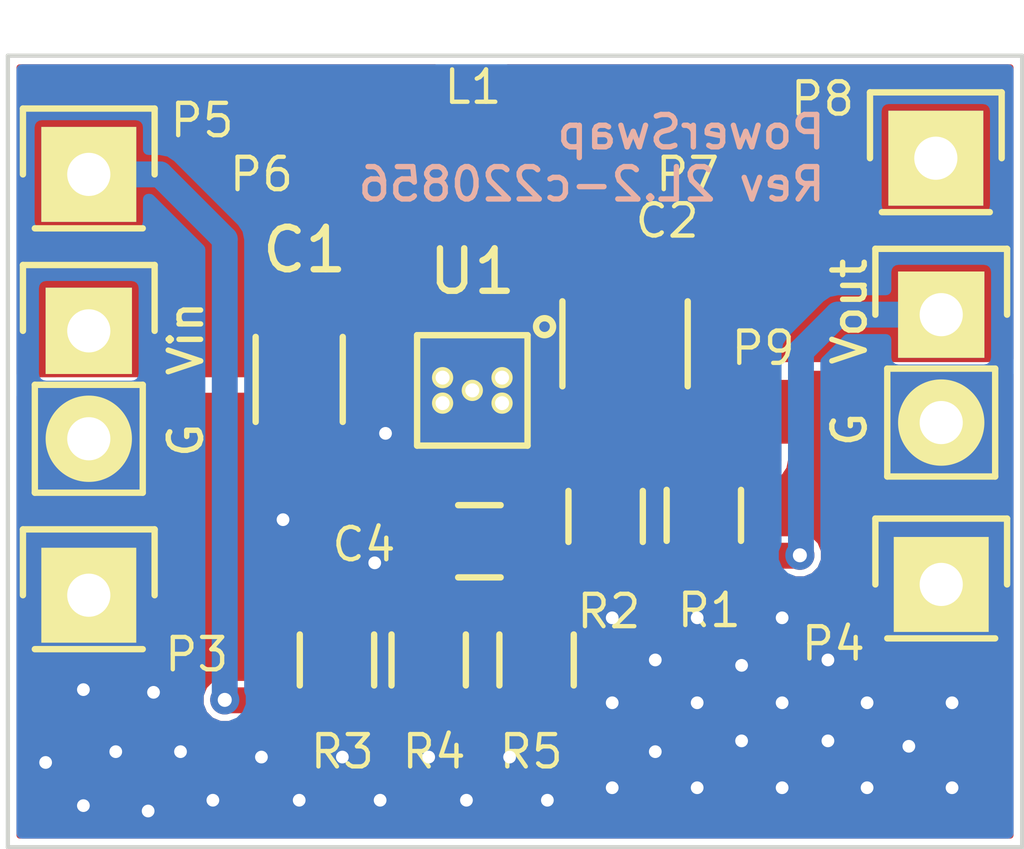
<source format=kicad_pcb>
(kicad_pcb (version 4) (host pcbnew 0.201508140901+6091~28~ubuntu14.04.1-product)

  (general
    (links 75)
    (no_connects 0)
    (area 131.297506 85.3428 161.565495 106.8454)
    (thickness 1.6)
    (drawings 7)
    (tracks 65)
    (zones 0)
    (modules 58)
    (nets 10)
  )

  (page A4)
  (layers
    (0 F.Cu signal)
    (31 B.Cu signal)
    (32 B.Adhes user)
    (33 F.Adhes user)
    (34 B.Paste user)
    (35 F.Paste user)
    (36 B.SilkS user)
    (37 F.SilkS user)
    (38 B.Mask user)
    (39 F.Mask user)
    (40 Dwgs.User user)
    (41 Cmts.User user)
    (42 Eco1.User user)
    (43 Eco2.User user)
    (44 Edge.Cuts user)
    (45 Margin user)
    (46 B.CrtYd user)
    (47 F.CrtYd user)
    (48 B.Fab user)
    (49 F.Fab user)
  )

  (setup
    (last_trace_width 0.1524)
    (user_trace_width 0.3048)
    (user_trace_width 0.6096)
    (trace_clearance 0.1524)
    (zone_clearance 0.1524)
    (zone_45_only no)
    (trace_min 0.1524)
    (segment_width 0.2)
    (edge_width 0.1)
    (via_size 0.6858)
    (via_drill 0.3302)
    (via_min_size 0.6858)
    (via_min_drill 0.3302)
    (uvia_size 0.3)
    (uvia_drill 0.1)
    (uvias_allowed no)
    (uvia_min_size 0)
    (uvia_min_drill 0)
    (pcb_text_width 0.3)
    (pcb_text_size 1.5 1.5)
    (mod_edge_width 0.15)
    (mod_text_size 0.762 0.762)
    (mod_text_width 0.1016)
    (pad_size 0.6 0.6)
    (pad_drill 0.3)
    (pad_to_mask_clearance 0)
    (pad_to_paste_clearance 0.0762)
    (aux_axis_origin 0 0)
    (visible_elements FFFEF77F)
    (pcbplotparams
      (layerselection 0x010fc_80000001)
      (usegerberextensions false)
      (excludeedgelayer true)
      (linewidth 0.127000)
      (plotframeref false)
      (viasonmask false)
      (mode 1)
      (useauxorigin false)
      (hpglpennumber 1)
      (hpglpenspeed 20)
      (hpglpendiameter 15)
      (hpglpenoverlay 2)
      (psnegative false)
      (psa4output false)
      (plotreference true)
      (plotvalue false)
      (plotinvisibletext false)
      (padsonsilk false)
      (subtractmaskfromsilk false)
      (outputformat 1)
      (mirror false)
      (drillshape 0)
      (scaleselection 1)
      (outputdirectory gerber/))
  )

  (net 0 "")
  (net 1 /Vin+)
  (net 2 GNDPWR)
  (net 3 /Vout+)
  (net 4 /Feedback)
  (net 5 /Vina)
  (net 6 /L1)
  (net 7 /L2)
  (net 8 /EN)
  (net 9 /PS)

  (net_class Default "This is the default net class."
    (clearance 0.1524)
    (trace_width 0.1524)
    (via_dia 0.6858)
    (via_drill 0.3302)
    (uvia_dia 0.3)
    (uvia_drill 0.1)
    (add_net /EN)
    (add_net /Feedback)
    (add_net /L1)
    (add_net /L2)
    (add_net /PS)
    (add_net /Vin+)
    (add_net /Vina)
    (add_net /Vout+)
    (add_net GNDPWR)
  )

  (module PowerSwap-Footprints:VIA-0.6mm (layer F.Cu) (tedit 55E06942) (tstamp 55E06AA5)
    (at 141.351 97.79)
    (fp_text reference REF**12 (at 0 1.27) (layer F.SilkS) hide
      (effects (font (size 1 1) (thickness 0.15)))
    )
    (fp_text value VIA-0.6mm (at 0 -1.27) (layer F.Fab) hide
      (effects (font (size 1 1) (thickness 0.15)))
    )
    (pad 1 thru_hole circle (at 0 0) (size 0.6 0.6) (drill 0.3) (layers *.Cu)
      (net 2 GNDPWR))
  )

  (module PowerSwap-Footprints:VIA-0.6mm (layer F.Cu) (tedit 55E06942) (tstamp 55E06AA1)
    (at 143.51 98.806)
    (fp_text reference REF**21 (at 0 1.27) (layer F.SilkS) hide
      (effects (font (size 1 1) (thickness 0.15)))
    )
    (fp_text value VIA-0.6mm (at 0 -1.27) (layer F.Fab) hide
      (effects (font (size 1 1) (thickness 0.15)))
    )
    (pad 1 thru_hole circle (at 0 0) (size 0.6 0.6) (drill 0.3) (layers *.Cu)
      (net 2 GNDPWR))
  )

  (module PowerSwap-Footprints:VIA-0.6mm (layer F.Cu) (tedit 55E06823) (tstamp 55E06A6D)
    (at 138.938 103.251)
    (fp_text reference REF**11321 (at 0 1.27) (layer F.SilkS) hide
      (effects (font (size 1 1) (thickness 0.15)))
    )
    (fp_text value VIA-0.6mm (at 0 -1.27) (layer F.Fab) hide
      (effects (font (size 1 1) (thickness 0.15)))
    )
    (pad 1 thru_hole circle (at 0 0) (size 0.6 0.6) (drill 0.3) (layers *.Cu)
      (net 2 GNDPWR))
  )

  (module PowerSwap-Footprints:VIA-0.6mm (layer F.Cu) (tedit 55E06823) (tstamp 55E06A3B)
    (at 147.574 104.394)
    (fp_text reference REF**1131112 (at 0 1.27) (layer F.SilkS) hide
      (effects (font (size 1 1) (thickness 0.15)))
    )
    (fp_text value VIA-0.6mm (at 0 -1.27) (layer F.Fab) hide
      (effects (font (size 1 1) (thickness 0.15)))
    )
    (pad 1 thru_hole circle (at 0 0) (size 0.6 0.6) (drill 0.3) (layers *.Cu)
      (net 2 GNDPWR))
  )

  (module PowerSwap-Footprints:VIA-0.6mm (layer F.Cu) (tedit 55E06823) (tstamp 55E06A37)
    (at 146.685 103.378)
    (fp_text reference REF**1131102 (at 0 1.27) (layer F.SilkS) hide
      (effects (font (size 1 1) (thickness 0.15)))
    )
    (fp_text value VIA-0.6mm (at 0 -1.27) (layer F.Fab) hide
      (effects (font (size 1 1) (thickness 0.15)))
    )
    (pad 1 thru_hole circle (at 0 0) (size 0.6 0.6) (drill 0.3) (layers *.Cu)
      (net 2 GNDPWR))
  )

  (module PowerSwap-Footprints:VIA-0.6mm (layer F.Cu) (tedit 55E06823) (tstamp 55E06A33)
    (at 145.669 104.394)
    (fp_text reference REF**113192 (at 0 1.27) (layer F.SilkS) hide
      (effects (font (size 1 1) (thickness 0.15)))
    )
    (fp_text value VIA-0.6mm (at 0 -1.27) (layer F.Fab) hide
      (effects (font (size 1 1) (thickness 0.15)))
    )
    (pad 1 thru_hole circle (at 0 0) (size 0.6 0.6) (drill 0.3) (layers *.Cu)
      (net 2 GNDPWR))
  )

  (module PowerSwap-Footprints:VIA-0.6mm (layer F.Cu) (tedit 55E06823) (tstamp 55E06A2F)
    (at 144.78 103.378)
    (fp_text reference REF**113182 (at 0 1.27) (layer F.SilkS) hide
      (effects (font (size 1 1) (thickness 0.15)))
    )
    (fp_text value VIA-0.6mm (at 0 -1.27) (layer F.Fab) hide
      (effects (font (size 1 1) (thickness 0.15)))
    )
    (pad 1 thru_hole circle (at 0 0) (size 0.6 0.6) (drill 0.3) (layers *.Cu)
      (net 2 GNDPWR))
  )

  (module PowerSwap-Footprints:VIA-0.6mm (layer F.Cu) (tedit 55E06823) (tstamp 55E06A2B)
    (at 143.637 104.394)
    (fp_text reference REF**113172 (at 0 1.27) (layer F.SilkS) hide
      (effects (font (size 1 1) (thickness 0.15)))
    )
    (fp_text value VIA-0.6mm (at 0 -1.27) (layer F.Fab) hide
      (effects (font (size 1 1) (thickness 0.15)))
    )
    (pad 1 thru_hole circle (at 0 0) (size 0.6 0.6) (drill 0.3) (layers *.Cu)
      (net 2 GNDPWR))
  )

  (module PowerSwap-Footprints:VIA-0.6mm (layer F.Cu) (tedit 55E06823) (tstamp 55E06A27)
    (at 142.748 103.378)
    (fp_text reference REF**113162 (at 0 1.27) (layer F.SilkS) hide
      (effects (font (size 1 1) (thickness 0.15)))
    )
    (fp_text value VIA-0.6mm (at 0 -1.27) (layer F.Fab) hide
      (effects (font (size 1 1) (thickness 0.15)))
    )
    (pad 1 thru_hole circle (at 0 0) (size 0.6 0.6) (drill 0.3) (layers *.Cu)
      (net 2 GNDPWR))
  )

  (module PowerSwap-Footprints:VIA-0.6mm (layer F.Cu) (tedit 55E06823) (tstamp 55E06A23)
    (at 141.732 104.394)
    (fp_text reference REF**113152 (at 0 1.27) (layer F.SilkS) hide
      (effects (font (size 1 1) (thickness 0.15)))
    )
    (fp_text value VIA-0.6mm (at 0 -1.27) (layer F.Fab) hide
      (effects (font (size 1 1) (thickness 0.15)))
    )
    (pad 1 thru_hole circle (at 0 0) (size 0.6 0.6) (drill 0.3) (layers *.Cu)
      (net 2 GNDPWR))
  )

  (module PowerSwap-Footprints:VIA-0.6mm (layer F.Cu) (tedit 55E06823) (tstamp 55E06A1F)
    (at 140.843 103.378)
    (fp_text reference REF**113142 (at 0 1.27) (layer F.SilkS) hide
      (effects (font (size 1 1) (thickness 0.15)))
    )
    (fp_text value VIA-0.6mm (at 0 -1.27) (layer F.Fab) hide
      (effects (font (size 1 1) (thickness 0.15)))
    )
    (pad 1 thru_hole circle (at 0 0) (size 0.6 0.6) (drill 0.3) (layers *.Cu)
      (net 2 GNDPWR))
  )

  (module PowerSwap-Footprints:VIA-0.6mm (layer F.Cu) (tedit 55E06823) (tstamp 55E06A1B)
    (at 139.7 104.394)
    (fp_text reference REF**113132 (at 0 1.27) (layer F.SilkS) hide
      (effects (font (size 1 1) (thickness 0.15)))
    )
    (fp_text value VIA-0.6mm (at 0 -1.27) (layer F.Fab) hide
      (effects (font (size 1 1) (thickness 0.15)))
    )
    (pad 1 thru_hole circle (at 0 0) (size 0.6 0.6) (drill 0.3) (layers *.Cu)
      (net 2 GNDPWR))
  )

  (module PowerSwap-Footprints:VIA-0.6mm (layer F.Cu) (tedit 55E06823) (tstamp 55E06A13)
    (at 137.414 103.251)
    (fp_text reference REF**113112 (at 0 1.27) (layer F.SilkS) hide
      (effects (font (size 1 1) (thickness 0.15)))
    )
    (fp_text value VIA-0.6mm (at 0 -1.27) (layer F.Fab) hide
      (effects (font (size 1 1) (thickness 0.15)))
    )
    (pad 1 thru_hole circle (at 0 0) (size 0.6 0.6) (drill 0.3) (layers *.Cu)
      (net 2 GNDPWR))
  )

  (module PowerSwap-Footprints:VIA-0.6mm (layer F.Cu) (tedit 55E06823) (tstamp 55E0698B)
    (at 136.652 104.521)
    (fp_text reference REF**1123 (at 0 1.27) (layer F.SilkS) hide
      (effects (font (size 1 1) (thickness 0.15)))
    )
    (fp_text value VIA-0.6mm (at 0 -1.27) (layer F.Fab) hide
      (effects (font (size 1 1) (thickness 0.15)))
    )
    (pad 1 thru_hole circle (at 0 0) (size 0.6 0.6) (drill 0.3) (layers *.Cu)
      (net 2 GNDPWR))
  )

  (module PowerSwap-Footprints:VIA-0.6mm (layer F.Cu) (tedit 55E06823) (tstamp 55E06987)
    (at 135.763 103.505)
    (fp_text reference REF**1113 (at 0 1.27) (layer F.SilkS) hide
      (effects (font (size 1 1) (thickness 0.15)))
    )
    (fp_text value VIA-0.6mm (at 0 -1.27) (layer F.Fab) hide
      (effects (font (size 1 1) (thickness 0.15)))
    )
    (pad 1 thru_hole circle (at 0 0) (size 0.6 0.6) (drill 0.3) (layers *.Cu)
      (net 2 GNDPWR))
  )

  (module PowerSwap-Footprints:VIA-0.6mm (layer F.Cu) (tedit 55E06823) (tstamp 55E06977)
    (at 138.303 101.854)
    (fp_text reference REF**11311 (at 0 1.27) (layer F.SilkS) hide
      (effects (font (size 1 1) (thickness 0.15)))
    )
    (fp_text value VIA-0.6mm (at 0 -1.27) (layer F.Fab) hide
      (effects (font (size 1 1) (thickness 0.15)))
    )
    (pad 1 thru_hole circle (at 0 0) (size 0.6 0.6) (drill 0.3) (layers *.Cu)
      (net 2 GNDPWR))
  )

  (module PowerSwap-Footprints:VIA-0.6mm (layer F.Cu) (tedit 55E06823) (tstamp 55E06973)
    (at 138.176 104.648)
    (fp_text reference REF**1121 (at 0 1.27) (layer F.SilkS) hide
      (effects (font (size 1 1) (thickness 0.15)))
    )
    (fp_text value VIA-0.6mm (at 0 -1.27) (layer F.Fab) hide
      (effects (font (size 1 1) (thickness 0.15)))
    )
    (pad 1 thru_hole circle (at 0 0) (size 0.6 0.6) (drill 0.3) (layers *.Cu)
      (net 2 GNDPWR))
  )

  (module PowerSwap-Footprints:VIA-0.6mm (layer F.Cu) (tedit 55E06494) (tstamp 55E0688A)
    (at 149.1 100.1)
    (fp_text reference REF**111 (at 0 1.27) (layer F.SilkS) hide
      (effects (font (size 1 1) (thickness 0.15)))
    )
    (fp_text value VIA-0.6mm (at 0 -1.27) (layer F.Fab) hide
      (effects (font (size 1 1) (thickness 0.15)))
    )
    (pad 1 thru_hole circle (at 0 0) (size 0.6 0.6) (drill 0.3) (layers *.Cu)
      (net 2 GNDPWR))
  )

  (module PowerSwap-Footprints:VIA-0.6mm (layer F.Cu) (tedit 55E06494) (tstamp 55E06880)
    (at 157.1 104.1)
    (fp_text reference REF**195 (at 0 1.27) (layer F.SilkS) hide
      (effects (font (size 1 1) (thickness 0.15)))
    )
    (fp_text value VIA-0.6mm (at 0 -1.27) (layer F.Fab) hide
      (effects (font (size 1 1) (thickness 0.15)))
    )
    (pad 1 thru_hole circle (at 0 0) (size 0.6 0.6) (drill 0.3) (layers *.Cu)
      (net 2 GNDPWR))
  )

  (module PowerSwap-Footprints:VIA-0.6mm (layer F.Cu) (tedit 55E06494) (tstamp 55E06878)
    (at 155.1 104.1)
    (fp_text reference REF**175 (at 0 1.27) (layer F.SilkS) hide
      (effects (font (size 1 1) (thickness 0.15)))
    )
    (fp_text value VIA-0.6mm (at 0 -1.27) (layer F.Fab) hide
      (effects (font (size 1 1) (thickness 0.15)))
    )
    (pad 1 thru_hole circle (at 0 0) (size 0.6 0.6) (drill 0.3) (layers *.Cu)
      (net 2 GNDPWR))
  )

  (module PowerSwap-Footprints:VIA-0.6mm (layer F.Cu) (tedit 55E06494) (tstamp 55E06870)
    (at 153.1 104.1)
    (fp_text reference REF**155 (at 0 1.27) (layer F.SilkS) hide
      (effects (font (size 1 1) (thickness 0.15)))
    )
    (fp_text value VIA-0.6mm (at 0 -1.27) (layer F.Fab) hide
      (effects (font (size 1 1) (thickness 0.15)))
    )
    (pad 1 thru_hole circle (at 0 0) (size 0.6 0.6) (drill 0.3) (layers *.Cu)
      (net 2 GNDPWR))
  )

  (module PowerSwap-Footprints:VIA-0.6mm (layer F.Cu) (tedit 55E06494) (tstamp 55E06868)
    (at 151.1 104.1)
    (fp_text reference REF**135 (at 0 1.27) (layer F.SilkS) hide
      (effects (font (size 1 1) (thickness 0.15)))
    )
    (fp_text value VIA-0.6mm (at 0 -1.27) (layer F.Fab) hide
      (effects (font (size 1 1) (thickness 0.15)))
    )
    (pad 1 thru_hole circle (at 0 0) (size 0.6 0.6) (drill 0.3) (layers *.Cu)
      (net 2 GNDPWR))
  )

  (module PowerSwap-Footprints:VIA-0.6mm (layer F.Cu) (tedit 55E06494) (tstamp 55E06864)
    (at 150.114 103.251)
    (fp_text reference REF**125 (at 0 1.27) (layer F.SilkS) hide
      (effects (font (size 1 1) (thickness 0.15)))
    )
    (fp_text value VIA-0.6mm (at 0 -1.27) (layer F.Fab) hide
      (effects (font (size 1 1) (thickness 0.15)))
    )
    (pad 1 thru_hole circle (at 0 0) (size 0.6 0.6) (drill 0.3) (layers *.Cu)
      (net 2 GNDPWR))
  )

  (module PowerSwap-Footprints:VIA-0.6mm (layer F.Cu) (tedit 55E06494) (tstamp 55E06860)
    (at 149.1 104.1)
    (fp_text reference REF**115 (at 0 1.27) (layer F.SilkS) hide
      (effects (font (size 1 1) (thickness 0.15)))
    )
    (fp_text value VIA-0.6mm (at 0 -1.27) (layer F.Fab) hide
      (effects (font (size 1 1) (thickness 0.15)))
    )
    (pad 1 thru_hole circle (at 0 0) (size 0.6 0.6) (drill 0.3) (layers *.Cu)
      (net 2 GNDPWR))
  )

  (module PowerSwap-Footprints:VIA-0.6mm (layer F.Cu) (tedit 55E06494) (tstamp 55E06838)
    (at 157.1 102.1)
    (fp_text reference REF**193 (at 0 1.27) (layer F.SilkS) hide
      (effects (font (size 1 1) (thickness 0.15)))
    )
    (fp_text value VIA-0.6mm (at 0 -1.27) (layer F.Fab) hide
      (effects (font (size 1 1) (thickness 0.15)))
    )
    (pad 1 thru_hole circle (at 0 0) (size 0.6 0.6) (drill 0.3) (layers *.Cu)
      (net 2 GNDPWR))
  )

  (module PowerSwap-Footprints:VIA-0.6mm (layer F.Cu) (tedit 55E06494) (tstamp 55E06834)
    (at 156.083 103.124)
    (fp_text reference REF**183 (at 0 1.27) (layer F.SilkS) hide
      (effects (font (size 1 1) (thickness 0.15)))
    )
    (fp_text value VIA-0.6mm (at 0 -1.27) (layer F.Fab) hide
      (effects (font (size 1 1) (thickness 0.15)))
    )
    (pad 1 thru_hole circle (at 0 0) (size 0.6 0.6) (drill 0.3) (layers *.Cu)
      (net 2 GNDPWR))
  )

  (module PowerSwap-Footprints:VIA-0.6mm (layer F.Cu) (tedit 55E06494) (tstamp 55E06830)
    (at 155.1 102.1)
    (fp_text reference REF**173 (at 0 1.27) (layer F.SilkS) hide
      (effects (font (size 1 1) (thickness 0.15)))
    )
    (fp_text value VIA-0.6mm (at 0 -1.27) (layer F.Fab) hide
      (effects (font (size 1 1) (thickness 0.15)))
    )
    (pad 1 thru_hole circle (at 0 0) (size 0.6 0.6) (drill 0.3) (layers *.Cu)
      (net 2 GNDPWR))
  )

  (module PowerSwap-Footprints:VIA-0.6mm (layer F.Cu) (tedit 55E06494) (tstamp 55E0682C)
    (at 154.178 102.997)
    (fp_text reference REF**163 (at 0 1.27) (layer F.SilkS) hide
      (effects (font (size 1 1) (thickness 0.15)))
    )
    (fp_text value VIA-0.6mm (at 0 -1.27) (layer F.Fab) hide
      (effects (font (size 1 1) (thickness 0.15)))
    )
    (pad 1 thru_hole circle (at 0 0) (size 0.6 0.6) (drill 0.3) (layers *.Cu)
      (net 2 GNDPWR))
  )

  (module PowerSwap-Footprints:VIA-0.6mm (layer F.Cu) (tedit 55E06494) (tstamp 55E06828)
    (at 153.1 102.1)
    (fp_text reference REF**153 (at 0 1.27) (layer F.SilkS) hide
      (effects (font (size 1 1) (thickness 0.15)))
    )
    (fp_text value VIA-0.6mm (at 0 -1.27) (layer F.Fab) hide
      (effects (font (size 1 1) (thickness 0.15)))
    )
    (pad 1 thru_hole circle (at 0 0) (size 0.6 0.6) (drill 0.3) (layers *.Cu)
      (net 2 GNDPWR))
  )

  (module PowerSwap-Footprints:VIA-0.6mm (layer F.Cu) (tedit 55E06494) (tstamp 55E06824)
    (at 152.146 102.997)
    (fp_text reference REF**143 (at 0 1.27) (layer F.SilkS) hide
      (effects (font (size 1 1) (thickness 0.15)))
    )
    (fp_text value VIA-0.6mm (at 0 -1.27) (layer F.Fab) hide
      (effects (font (size 1 1) (thickness 0.15)))
    )
    (pad 1 thru_hole circle (at 0 0) (size 0.6 0.6) (drill 0.3) (layers *.Cu)
      (net 2 GNDPWR))
  )

  (module PowerSwap-Footprints:VIA-0.6mm (layer F.Cu) (tedit 55E06494) (tstamp 55E06820)
    (at 151.1 102.1)
    (fp_text reference REF**133 (at 0 1.27) (layer F.SilkS) hide
      (effects (font (size 1 1) (thickness 0.15)))
    )
    (fp_text value VIA-0.6mm (at 0 -1.27) (layer F.Fab) hide
      (effects (font (size 1 1) (thickness 0.15)))
    )
    (pad 1 thru_hole circle (at 0 0) (size 0.6 0.6) (drill 0.3) (layers *.Cu)
      (net 2 GNDPWR))
  )

  (module PowerSwap-Footprints:VIA-0.6mm (layer F.Cu) (tedit 55E06494) (tstamp 55E0681C)
    (at 150.114 101.092)
    (fp_text reference REF**123 (at 0 1.27) (layer F.SilkS) hide
      (effects (font (size 1 1) (thickness 0.15)))
    )
    (fp_text value VIA-0.6mm (at 0 -1.27) (layer F.Fab) hide
      (effects (font (size 1 1) (thickness 0.15)))
    )
    (pad 1 thru_hole circle (at 0 0) (size 0.6 0.6) (drill 0.3) (layers *.Cu)
      (net 2 GNDPWR))
  )

  (module PowerSwap-Footprints:VIA-0.6mm (layer F.Cu) (tedit 55E06494) (tstamp 55E06818)
    (at 149.1 102.1)
    (fp_text reference REF**113 (at 0 1.27) (layer F.SilkS) hide
      (effects (font (size 1 1) (thickness 0.15)))
    )
    (fp_text value VIA-0.6mm (at 0 -1.27) (layer F.Fab) hide
      (effects (font (size 1 1) (thickness 0.15)))
    )
    (pad 1 thru_hole circle (at 0 0) (size 0.6 0.6) (drill 0.3) (layers *.Cu)
      (net 2 GNDPWR))
  )

  (module PowerSwap-Footprints:VIA-0.6mm (layer F.Cu) (tedit 55E06494) (tstamp 55E067E4)
    (at 154.178 101.092)
    (fp_text reference REF**161 (at 0 1.27) (layer F.SilkS) hide
      (effects (font (size 1 1) (thickness 0.15)))
    )
    (fp_text value VIA-0.6mm (at 0 -1.27) (layer F.Fab) hide
      (effects (font (size 1 1) (thickness 0.15)))
    )
    (pad 1 thru_hole circle (at 0 0) (size 0.6 0.6) (drill 0.3) (layers *.Cu)
      (net 2 GNDPWR))
  )

  (module PowerSwap-Footprints:VIA-0.6mm (layer F.Cu) (tedit 55E06494) (tstamp 55E067E0)
    (at 153.1 100.1)
    (fp_text reference REF**151 (at 0 1.27) (layer F.SilkS) hide
      (effects (font (size 1 1) (thickness 0.15)))
    )
    (fp_text value VIA-0.6mm (at 0 -1.27) (layer F.Fab) hide
      (effects (font (size 1 1) (thickness 0.15)))
    )
    (pad 1 thru_hole circle (at 0 0) (size 0.6 0.6) (drill 0.3) (layers *.Cu)
      (net 2 GNDPWR))
  )

  (module PowerSwap-Footprints:VIA-0.6mm (layer F.Cu) (tedit 55E06494) (tstamp 55E067DC)
    (at 152.146 101.219)
    (fp_text reference REF**141 (at 0 1.27) (layer F.SilkS) hide
      (effects (font (size 1 1) (thickness 0.15)))
    )
    (fp_text value VIA-0.6mm (at 0 -1.27) (layer F.Fab) hide
      (effects (font (size 1 1) (thickness 0.15)))
    )
    (pad 1 thru_hole circle (at 0 0) (size 0.6 0.6) (drill 0.3) (layers *.Cu)
      (net 2 GNDPWR))
  )

  (module PowerSwap-Footprints:VIA-0.6mm (layer F.Cu) (tedit 55E06494) (tstamp 55E067D8)
    (at 151.1 100.1)
    (fp_text reference REF**131 (at 0 1.27) (layer F.SilkS) hide
      (effects (font (size 1 1) (thickness 0.15)))
    )
    (fp_text value VIA-0.6mm (at 0 -1.27) (layer F.Fab) hide
      (effects (font (size 1 1) (thickness 0.15)))
    )
    (pad 1 thru_hole circle (at 0 0) (size 0.6 0.6) (drill 0.3) (layers *.Cu)
      (net 2 GNDPWR))
  )

  (module Capacitors_SMD:C_1210 (layer F.Cu) (tedit 55DDD83B) (tstamp 55DDCDE3)
    (at 149.4028 93.6498 270)
    (descr "Capacitor SMD 1210, reflow soldering, AVX (see smccp.pdf)")
    (tags "capacitor 1210")
    (path /55BD27B6)
    (attr smd)
    (fp_text reference C2 (at -2.8956 -0.9906 360) (layer F.SilkS)
      (effects (font (size 0.762 0.762) (thickness 0.1016)))
    )
    (fp_text value 22μF (at 0 2.7 270) (layer F.Fab)
      (effects (font (size 0.762 0.762) (thickness 0.1016)))
    )
    (fp_line (start -2.3 -1.6) (end 2.3 -1.6) (layer F.CrtYd) (width 0.05))
    (fp_line (start -2.3 1.6) (end 2.3 1.6) (layer F.CrtYd) (width 0.05))
    (fp_line (start -2.3 -1.6) (end -2.3 1.6) (layer F.CrtYd) (width 0.05))
    (fp_line (start 2.3 -1.6) (end 2.3 1.6) (layer F.CrtYd) (width 0.05))
    (fp_line (start 1 -1.475) (end -1 -1.475) (layer F.SilkS) (width 0.15))
    (fp_line (start -1 1.475) (end 1 1.475) (layer F.SilkS) (width 0.15))
    (pad 1 smd rect (at -1.5 0 270) (size 1 2.5) (layers F.Cu F.Paste F.Mask)
      (net 3 /Vout+))
    (pad 2 smd rect (at 1.5 0 270) (size 1 2.5) (layers F.Cu F.Paste F.Mask)
      (net 2 GNDPWR))
    (model Capacitors_SMD.3dshapes/C_1210.wrl
      (at (xyz 0 0 0))
      (scale (xyz 1 1 1))
      (rotate (xyz 0 0 0))
    )
  )

  (module Capacitors_SMD:C_0805 (layer F.Cu) (tedit 55DDDE0F) (tstamp 55DDCDEF)
    (at 145.9738 98.298)
    (descr "Capacitor SMD 0805, reflow soldering, AVX (see smccp.pdf)")
    (tags "capacitor 0805")
    (path /55D37B64)
    (attr smd)
    (fp_text reference C4 (at -2.7178 0.0762) (layer F.SilkS)
      (effects (font (size 0.762 0.762) (thickness 0.1016)))
    )
    (fp_text value 0.1μF (at 0 2.1) (layer F.Fab)
      (effects (font (size 0.762 0.762) (thickness 0.1016)))
    )
    (fp_line (start -1.8 -1) (end 1.8 -1) (layer F.CrtYd) (width 0.05))
    (fp_line (start -1.8 1) (end 1.8 1) (layer F.CrtYd) (width 0.05))
    (fp_line (start -1.8 -1) (end -1.8 1) (layer F.CrtYd) (width 0.05))
    (fp_line (start 1.8 -1) (end 1.8 1) (layer F.CrtYd) (width 0.05))
    (fp_line (start 0.5 -0.85) (end -0.5 -0.85) (layer F.SilkS) (width 0.15))
    (fp_line (start -0.5 0.85) (end 0.5 0.85) (layer F.SilkS) (width 0.15))
    (pad 1 smd rect (at -1 0) (size 1 1.25) (layers F.Cu F.Paste F.Mask)
      (net 5 /Vina))
    (pad 2 smd rect (at 1 0) (size 1 1.25) (layers F.Cu F.Paste F.Mask)
      (net 2 GNDPWR))
    (model Capacitors_SMD.3dshapes/C_0805.wrl
      (at (xyz 0 0 0))
      (scale (xyz 1 1 1))
      (rotate (xyz 0 0 0))
    )
  )

  (module PowerSwap-Footprints:SRN3015 (layer F.Cu) (tedit 55DDCDF6) (tstamp 55DDCDF5)
    (at 145.796 89.789 90)
    (path /55BD221D)
    (fp_text reference L1 (at 2.1844 0.0254 180) (layer F.SilkS)
      (effects (font (size 0.762 0.762) (thickness 0.1016)))
    )
    (fp_text value 2.2μΗ (at 0 -3 90) (layer F.Fab) hide
      (effects (font (size 0.762 0.762) (thickness 0.1016)))
    )
    (pad 1 smd rect (at 0 -1.1 90) (size 2.7 1) (layers F.Cu F.Paste F.Mask)
      (net 6 /L1))
    (pad 2 smd rect (at 0 1.1 90) (size 2.7 1) (layers F.Cu F.Paste F.Mask)
      (net 7 /L2))
  )

  (module Pin_Headers:Pin_Header_Straight_1x02 (layer F.Cu) (tedit 5629443F) (tstamp 55DDCE06)
    (at 136.779 93.345)
    (descr "Through hole pin header")
    (tags "pin header")
    (path /55BD2379)
    (fp_text reference P1 (at 2.54 -1.397) (layer F.SilkS) hide
      (effects (font (size 0.762 0.762) (thickness 0.1016)))
    )
    (fp_text value Battery (at 0 -3.1) (layer F.Fab)
      (effects (font (size 0.762 0.762) (thickness 0.1016)))
    )
    (fp_line (start 1.27 1.27) (end 1.27 3.81) (layer F.SilkS) (width 0.15))
    (fp_line (start 1.55 -1.55) (end 1.55 0) (layer F.SilkS) (width 0.15))
    (fp_line (start -1.75 -1.75) (end -1.75 4.3) (layer F.CrtYd) (width 0.05))
    (fp_line (start 1.75 -1.75) (end 1.75 4.3) (layer F.CrtYd) (width 0.05))
    (fp_line (start -1.75 -1.75) (end 1.75 -1.75) (layer F.CrtYd) (width 0.05))
    (fp_line (start -1.75 4.3) (end 1.75 4.3) (layer F.CrtYd) (width 0.05))
    (fp_line (start 1.27 1.27) (end -1.27 1.27) (layer F.SilkS) (width 0.15))
    (fp_line (start -1.55 0) (end -1.55 -1.55) (layer F.SilkS) (width 0.15))
    (fp_line (start -1.55 -1.55) (end 1.55 -1.55) (layer F.SilkS) (width 0.15))
    (fp_line (start -1.27 1.27) (end -1.27 3.81) (layer F.SilkS) (width 0.15))
    (fp_line (start -1.27 3.81) (end 1.27 3.81) (layer F.SilkS) (width 0.15))
    (pad 1 thru_hole rect (at 0 0) (size 2.032 2.032) (drill 1.016) (layers *.Cu *.Mask F.SilkS)
      (net 1 /Vin+))
    (pad 2 thru_hole oval (at 0 2.54) (size 2.032 2.032) (drill 1.016) (layers *.Cu *.Mask F.SilkS)
      (net 2 GNDPWR))
    (model Pin_Headers.3dshapes/Pin_Header_Straight_1x02.wrl
      (at (xyz 0 -0.05 0))
      (scale (xyz 1 1 1))
      (rotate (xyz 0 0 90))
    )
  )

  (module Pin_Headers:Pin_Header_Straight_1x02 (layer F.Cu) (tedit 562945FA) (tstamp 55DDCE17)
    (at 156.845 92.964)
    (descr "Through hole pin header")
    (tags "pin header")
    (path /55BD24F5)
    (fp_text reference P2 (at -2.54 3.81) (layer F.SilkS) hide
      (effects (font (size 0.762 0.762) (thickness 0.1016)))
    )
    (fp_text value Vout (at 0 -3.1) (layer F.Fab)
      (effects (font (size 0.762 0.762) (thickness 0.1016)))
    )
    (fp_line (start 1.27 1.27) (end 1.27 3.81) (layer F.SilkS) (width 0.15))
    (fp_line (start 1.55 -1.55) (end 1.55 0) (layer F.SilkS) (width 0.15))
    (fp_line (start -1.75 -1.75) (end -1.75 4.3) (layer F.CrtYd) (width 0.05))
    (fp_line (start 1.75 -1.75) (end 1.75 4.3) (layer F.CrtYd) (width 0.05))
    (fp_line (start -1.75 -1.75) (end 1.75 -1.75) (layer F.CrtYd) (width 0.05))
    (fp_line (start -1.75 4.3) (end 1.75 4.3) (layer F.CrtYd) (width 0.05))
    (fp_line (start 1.27 1.27) (end -1.27 1.27) (layer F.SilkS) (width 0.15))
    (fp_line (start -1.55 0) (end -1.55 -1.55) (layer F.SilkS) (width 0.15))
    (fp_line (start -1.55 -1.55) (end 1.55 -1.55) (layer F.SilkS) (width 0.15))
    (fp_line (start -1.27 1.27) (end -1.27 3.81) (layer F.SilkS) (width 0.15))
    (fp_line (start -1.27 3.81) (end 1.27 3.81) (layer F.SilkS) (width 0.15))
    (pad 1 thru_hole rect (at 0 0) (size 2.032 2.032) (drill 1.016) (layers *.Cu *.Mask F.SilkS)
      (net 3 /Vout+))
    (pad 2 thru_hole oval (at 0 2.54) (size 2.032 2.032) (drill 1.016) (layers *.Cu *.Mask F.SilkS)
      (net 2 GNDPWR))
    (model Pin_Headers.3dshapes/Pin_Header_Straight_1x02.wrl
      (at (xyz 0 -0.05 0))
      (scale (xyz 1 1 1))
      (rotate (xyz 0 0 90))
    )
  )

  (module Pin_Headers:Pin_Header_Straight_1x01 (layer F.Cu) (tedit 5629444C) (tstamp 55DDCE24)
    (at 136.779 99.568)
    (descr "Through hole pin header")
    (tags "pin header")
    (path /55DDC7F5)
    (fp_text reference P3 (at 2.54 1.397) (layer F.SilkS)
      (effects (font (size 0.762 0.762) (thickness 0.1016)))
    )
    (fp_text value TST (at 0 -3.1) (layer F.Fab)
      (effects (font (size 0.762 0.762) (thickness 0.1016)))
    )
    (fp_line (start 1.55 -1.55) (end 1.55 0) (layer F.SilkS) (width 0.15))
    (fp_line (start -1.75 -1.75) (end -1.75 1.75) (layer F.CrtYd) (width 0.05))
    (fp_line (start 1.75 -1.75) (end 1.75 1.75) (layer F.CrtYd) (width 0.05))
    (fp_line (start -1.75 -1.75) (end 1.75 -1.75) (layer F.CrtYd) (width 0.05))
    (fp_line (start -1.75 1.75) (end 1.75 1.75) (layer F.CrtYd) (width 0.05))
    (fp_line (start -1.55 0) (end -1.55 -1.55) (layer F.SilkS) (width 0.15))
    (fp_line (start -1.55 -1.55) (end 1.55 -1.55) (layer F.SilkS) (width 0.15))
    (fp_line (start -1.27 1.27) (end 1.27 1.27) (layer F.SilkS) (width 0.15))
    (pad 1 thru_hole rect (at 0 0) (size 2.2352 2.2352) (drill 1.016) (layers *.Cu *.Mask F.SilkS)
      (net 2 GNDPWR))
    (model Pin_Headers.3dshapes/Pin_Header_Straight_1x01.wrl
      (at (xyz 0 0 0))
      (scale (xyz 1 1 1))
      (rotate (xyz 0 0 90))
    )
  )

  (module Pin_Headers:Pin_Header_Straight_1x01 (layer F.Cu) (tedit 5629447D) (tstamp 55DDCE31)
    (at 156.845 99.314)
    (descr "Through hole pin header")
    (tags "pin header")
    (path /55DDC99A)
    (fp_text reference P4 (at -2.54 1.397) (layer F.SilkS)
      (effects (font (size 0.762 0.762) (thickness 0.1016)))
    )
    (fp_text value TST (at 0 -3.1) (layer F.Fab)
      (effects (font (size 0.762 0.762) (thickness 0.1016)))
    )
    (fp_line (start 1.55 -1.55) (end 1.55 0) (layer F.SilkS) (width 0.15))
    (fp_line (start -1.75 -1.75) (end -1.75 1.75) (layer F.CrtYd) (width 0.05))
    (fp_line (start 1.75 -1.75) (end 1.75 1.75) (layer F.CrtYd) (width 0.05))
    (fp_line (start -1.75 -1.75) (end 1.75 -1.75) (layer F.CrtYd) (width 0.05))
    (fp_line (start -1.75 1.75) (end 1.75 1.75) (layer F.CrtYd) (width 0.05))
    (fp_line (start -1.55 0) (end -1.55 -1.55) (layer F.SilkS) (width 0.15))
    (fp_line (start -1.55 -1.55) (end 1.55 -1.55) (layer F.SilkS) (width 0.15))
    (fp_line (start -1.27 1.27) (end 1.27 1.27) (layer F.SilkS) (width 0.15))
    (pad 1 thru_hole rect (at 0 0) (size 2.2352 2.2352) (drill 1.016) (layers *.Cu *.Mask F.SilkS)
      (net 2 GNDPWR))
    (model Pin_Headers.3dshapes/Pin_Header_Straight_1x01.wrl
      (at (xyz 0 0 0))
      (scale (xyz 1 1 1))
      (rotate (xyz 0 0 90))
    )
  )

  (module Pin_Headers:Pin_Header_Straight_1x01 (layer F.Cu) (tedit 56294447) (tstamp 55DDCE3E)
    (at 136.779 89.662)
    (descr "Through hole pin header")
    (tags "pin header")
    (path /55DDCA3F)
    (fp_text reference P5 (at 2.667 -1.27) (layer F.SilkS)
      (effects (font (size 0.762 0.762) (thickness 0.1016)))
    )
    (fp_text value TST (at 0 -3.1) (layer F.Fab)
      (effects (font (size 0.762 0.762) (thickness 0.1016)))
    )
    (fp_line (start 1.55 -1.55) (end 1.55 0) (layer F.SilkS) (width 0.15))
    (fp_line (start -1.75 -1.75) (end -1.75 1.75) (layer F.CrtYd) (width 0.05))
    (fp_line (start 1.75 -1.75) (end 1.75 1.75) (layer F.CrtYd) (width 0.05))
    (fp_line (start -1.75 -1.75) (end 1.75 -1.75) (layer F.CrtYd) (width 0.05))
    (fp_line (start -1.75 1.75) (end 1.75 1.75) (layer F.CrtYd) (width 0.05))
    (fp_line (start -1.55 0) (end -1.55 -1.55) (layer F.SilkS) (width 0.15))
    (fp_line (start -1.55 -1.55) (end 1.55 -1.55) (layer F.SilkS) (width 0.15))
    (fp_line (start -1.27 1.27) (end 1.27 1.27) (layer F.SilkS) (width 0.15))
    (pad 1 thru_hole rect (at 0 0) (size 2.2352 2.2352) (drill 1.016) (layers *.Cu *.Mask F.SilkS)
      (net 1 /Vin+))
    (model Pin_Headers.3dshapes/Pin_Header_Straight_1x01.wrl
      (at (xyz 0 0 0))
      (scale (xyz 1 1 1))
      (rotate (xyz 0 0 90))
    )
  )

  (module Pin_Headers:Pin_Header_Straight_1x01 (layer F.Cu) (tedit 56294488) (tstamp 55DDCE55)
    (at 156.718 89.281)
    (descr "Through hole pin header")
    (tags "pin header")
    (path /55DDCB9C)
    (fp_text reference P8 (at -2.667 -1.397) (layer F.SilkS)
      (effects (font (size 0.762 0.762) (thickness 0.1016)))
    )
    (fp_text value TST (at 0 -3.1) (layer F.Fab)
      (effects (font (size 0.762 0.762) (thickness 0.1016)))
    )
    (fp_line (start 1.55 -1.55) (end 1.55 0) (layer F.SilkS) (width 0.15))
    (fp_line (start -1.75 -1.75) (end -1.75 1.75) (layer F.CrtYd) (width 0.05))
    (fp_line (start 1.75 -1.75) (end 1.75 1.75) (layer F.CrtYd) (width 0.05))
    (fp_line (start -1.75 -1.75) (end 1.75 -1.75) (layer F.CrtYd) (width 0.05))
    (fp_line (start -1.75 1.75) (end 1.75 1.75) (layer F.CrtYd) (width 0.05))
    (fp_line (start -1.55 0) (end -1.55 -1.55) (layer F.SilkS) (width 0.15))
    (fp_line (start -1.55 -1.55) (end 1.55 -1.55) (layer F.SilkS) (width 0.15))
    (fp_line (start -1.27 1.27) (end 1.27 1.27) (layer F.SilkS) (width 0.15))
    (pad 1 thru_hole rect (at 0 0) (size 2.2352 2.2352) (drill 1.016) (layers *.Cu *.Mask F.SilkS)
      (net 3 /Vout+))
    (model Pin_Headers.3dshapes/Pin_Header_Straight_1x01.wrl
      (at (xyz 0 0 0))
      (scale (xyz 1 1 1))
      (rotate (xyz 0 0 90))
    )
  )

  (module Resistors_SMD:R_0805 (layer F.Cu) (tedit 55DDDAF2) (tstamp 55DDCE66)
    (at 151.257 97.6884 90)
    (descr "Resistor SMD 0805, reflow soldering, Vishay (see dcrcw.pdf)")
    (tags "resistor 0805")
    (path /55BD2163)
    (attr smd)
    (fp_text reference R1 (at -2.2352 0.127 180) (layer F.SilkS)
      (effects (font (size 0.762 0.762) (thickness 0.1016)))
    )
    (fp_text value 1.2MΩ (at 0 2.1 90) (layer F.Fab)
      (effects (font (size 0.762 0.762) (thickness 0.1016)))
    )
    (fp_line (start -1.6 -1) (end 1.6 -1) (layer F.CrtYd) (width 0.05))
    (fp_line (start -1.6 1) (end 1.6 1) (layer F.CrtYd) (width 0.05))
    (fp_line (start -1.6 -1) (end -1.6 1) (layer F.CrtYd) (width 0.05))
    (fp_line (start 1.6 -1) (end 1.6 1) (layer F.CrtYd) (width 0.05))
    (fp_line (start 0.6 0.875) (end -0.6 0.875) (layer F.SilkS) (width 0.15))
    (fp_line (start -0.6 -0.875) (end 0.6 -0.875) (layer F.SilkS) (width 0.15))
    (pad 1 smd rect (at -0.95 0 90) (size 0.7 1.3) (layers F.Cu F.Paste F.Mask)
      (net 3 /Vout+))
    (pad 2 smd rect (at 0.95 0 90) (size 0.7 1.3) (layers F.Cu F.Paste F.Mask)
      (net 4 /Feedback))
    (model Resistors_SMD.3dshapes/R_0805.wrl
      (at (xyz 0 0 0))
      (scale (xyz 1 1 1))
      (rotate (xyz 0 0 0))
    )
  )

  (module Resistors_SMD:R_0805 (layer F.Cu) (tedit 55DDDAFB) (tstamp 55DDCE72)
    (at 148.9456 97.7138 270)
    (descr "Resistor SMD 0805, reflow soldering, Vishay (see dcrcw.pdf)")
    (tags "resistor 0805")
    (path /55BD21B2)
    (attr smd)
    (fp_text reference R2 (at 2.2352 -0.0762 360) (layer F.SilkS)
      (effects (font (size 0.762 0.762) (thickness 0.1016)))
    )
    (fp_text value 215KΩ (at 0 2.1 270) (layer F.Fab)
      (effects (font (size 0.762 0.762) (thickness 0.1016)))
    )
    (fp_line (start -1.6 -1) (end 1.6 -1) (layer F.CrtYd) (width 0.05))
    (fp_line (start -1.6 1) (end 1.6 1) (layer F.CrtYd) (width 0.05))
    (fp_line (start -1.6 -1) (end -1.6 1) (layer F.CrtYd) (width 0.05))
    (fp_line (start 1.6 -1) (end 1.6 1) (layer F.CrtYd) (width 0.05))
    (fp_line (start 0.6 0.875) (end -0.6 0.875) (layer F.SilkS) (width 0.15))
    (fp_line (start -0.6 -0.875) (end 0.6 -0.875) (layer F.SilkS) (width 0.15))
    (pad 1 smd rect (at -0.95 0 270) (size 0.7 1.3) (layers F.Cu F.Paste F.Mask)
      (net 4 /Feedback))
    (pad 2 smd rect (at 0.95 0 270) (size 0.7 1.3) (layers F.Cu F.Paste F.Mask)
      (net 2 GNDPWR))
    (model Resistors_SMD.3dshapes/R_0805.wrl
      (at (xyz 0 0 0))
      (scale (xyz 1 1 1))
      (rotate (xyz 0 0 0))
    )
  )

  (module Resistors_SMD:R_0805 (layer F.Cu) (tedit 55DF3491) (tstamp 55DDCE7E)
    (at 142.621 101.092 270)
    (descr "Resistor SMD 0805, reflow soldering, Vishay (see dcrcw.pdf)")
    (tags "resistor 0805")
    (path /55D380C2)
    (attr smd)
    (fp_text reference R3 (at 2.159 -0.127 360) (layer F.SilkS)
      (effects (font (size 0.762 0.762) (thickness 0.1016)))
    )
    (fp_text value 0 (at 0 2.1 270) (layer F.Fab)
      (effects (font (size 0.762 0.762) (thickness 0.1016)))
    )
    (fp_line (start -1.6 -1) (end 1.6 -1) (layer F.CrtYd) (width 0.05))
    (fp_line (start -1.6 1) (end 1.6 1) (layer F.CrtYd) (width 0.05))
    (fp_line (start -1.6 -1) (end -1.6 1) (layer F.CrtYd) (width 0.05))
    (fp_line (start 1.6 -1) (end 1.6 1) (layer F.CrtYd) (width 0.05))
    (fp_line (start 0.6 0.875) (end -0.6 0.875) (layer F.SilkS) (width 0.15))
    (fp_line (start -0.6 -0.875) (end 0.6 -0.875) (layer F.SilkS) (width 0.15))
    (pad 1 smd rect (at -0.95 0 270) (size 0.7 1.3) (layers F.Cu F.Paste F.Mask)
      (net 5 /Vina))
    (pad 2 smd rect (at 0.95 0 270) (size 0.7 1.3) (layers F.Cu F.Paste F.Mask)
      (net 1 /Vin+))
    (model Resistors_SMD.3dshapes/R_0805.wrl
      (at (xyz 0 0 0))
      (scale (xyz 1 1 1))
      (rotate (xyz 0 0 0))
    )
  )

  (module Resistors_SMD:R_0805 (layer F.Cu) (tedit 55DF3495) (tstamp 55DDCE8A)
    (at 144.78 101.092 90)
    (descr "Resistor SMD 0805, reflow soldering, Vishay (see dcrcw.pdf)")
    (tags "resistor 0805")
    (path /55BD25F1)
    (attr smd)
    (fp_text reference R4 (at -2.159 0.127 180) (layer F.SilkS)
      (effects (font (size 0.762 0.762) (thickness 0.1016)))
    )
    (fp_text value 0 (at 0 2.1 90) (layer F.Fab)
      (effects (font (size 0.762 0.762) (thickness 0.1016)))
    )
    (fp_line (start -1.6 -1) (end 1.6 -1) (layer F.CrtYd) (width 0.05))
    (fp_line (start -1.6 1) (end 1.6 1) (layer F.CrtYd) (width 0.05))
    (fp_line (start -1.6 -1) (end -1.6 1) (layer F.CrtYd) (width 0.05))
    (fp_line (start 1.6 -1) (end 1.6 1) (layer F.CrtYd) (width 0.05))
    (fp_line (start 0.6 0.875) (end -0.6 0.875) (layer F.SilkS) (width 0.15))
    (fp_line (start -0.6 -0.875) (end 0.6 -0.875) (layer F.SilkS) (width 0.15))
    (pad 1 smd rect (at -0.95 0 90) (size 0.7 1.3) (layers F.Cu F.Paste F.Mask)
      (net 8 /EN))
    (pad 2 smd rect (at 0.95 0 90) (size 0.7 1.3) (layers F.Cu F.Paste F.Mask)
      (net 5 /Vina))
    (model Resistors_SMD.3dshapes/R_0805.wrl
      (at (xyz 0 0 0))
      (scale (xyz 1 1 1))
      (rotate (xyz 0 0 0))
    )
  )

  (module Resistors_SMD:R_0805 (layer F.Cu) (tedit 55DF3499) (tstamp 55DDCE96)
    (at 147.32 101.092 90)
    (descr "Resistor SMD 0805, reflow soldering, Vishay (see dcrcw.pdf)")
    (tags "resistor 0805")
    (path /55BD266F)
    (attr smd)
    (fp_text reference R5 (at -2.159 -0.127 180) (layer F.SilkS)
      (effects (font (size 0.762 0.762) (thickness 0.1016)))
    )
    (fp_text value 0 (at 0 2.1 90) (layer F.Fab)
      (effects (font (size 0.762 0.762) (thickness 0.1016)))
    )
    (fp_line (start -1.6 -1) (end 1.6 -1) (layer F.CrtYd) (width 0.05))
    (fp_line (start -1.6 1) (end 1.6 1) (layer F.CrtYd) (width 0.05))
    (fp_line (start -1.6 -1) (end -1.6 1) (layer F.CrtYd) (width 0.05))
    (fp_line (start 1.6 -1) (end 1.6 1) (layer F.CrtYd) (width 0.05))
    (fp_line (start 0.6 0.875) (end -0.6 0.875) (layer F.SilkS) (width 0.15))
    (fp_line (start -0.6 -0.875) (end 0.6 -0.875) (layer F.SilkS) (width 0.15))
    (pad 1 smd rect (at -0.95 0 90) (size 0.7 1.3) (layers F.Cu F.Paste F.Mask)
      (net 9 /PS))
    (pad 2 smd rect (at 0.95 0 90) (size 0.7 1.3) (layers F.Cu F.Paste F.Mask)
      (net 5 /Vina))
    (model Resistors_SMD.3dshapes/R_0805.wrl
      (at (xyz 0 0 0))
      (scale (xyz 1 1 1))
      (rotate (xyz 0 0 0))
    )
  )

  (module Measurement_Points:Measurement_Point_Square-SMD-Pad_Small (layer F.Cu) (tedit 56294597) (tstamp 55DDCAFC)
    (at 142.494 89.027)
    (descr "Mesurement Point, Square, SMD Pad,  1.5mm x 1.5mm,")
    (tags "Mesurement Point, Square, SMD Pad, 1.5mm x 1.5mm,")
    (path /55DDCC6F)
    (fp_text reference P6 (at -1.651 0.635) (layer F.SilkS)
      (effects (font (size 0.762 0.762) (thickness 0.1016)))
    )
    (fp_text value TST (at 2.54 3.81) (layer F.Fab)
      (effects (font (size 0.762 0.762) (thickness 0.1016)))
    )
    (pad 1 smd rect (at 0 0) (size 1.50114 1.50114) (layers F.Cu F.Paste F.Mask)
      (net 6 /L1))
  )

  (module Measurement_Points:Measurement_Point_Square-SMD-Pad_Small (layer F.Cu) (tedit 5629459C) (tstamp 55DDCB00)
    (at 149.098 89.154)
    (descr "Mesurement Point, Square, SMD Pad,  1.5mm x 1.5mm,")
    (tags "Mesurement Point, Square, SMD Pad, 1.5mm x 1.5mm,")
    (path /55DDCC01)
    (fp_text reference P7 (at 1.778 0.508) (layer F.SilkS)
      (effects (font (size 0.762 0.762) (thickness 0.1016)))
    )
    (fp_text value TST (at 2.54 3.81) (layer F.Fab)
      (effects (font (size 0.762 0.762) (thickness 0.1016)))
    )
    (pad 1 smd rect (at 0 0) (size 1.50114 1.50114) (layers F.Cu F.Paste F.Mask)
      (net 7 /L2))
  )

  (module Measurement_Points:Measurement_Point_Square-SMD-Pad_Small (layer F.Cu) (tedit 55DF35EF) (tstamp 55DDCB04)
    (at 152.781 95.25)
    (descr "Mesurement Point, Square, SMD Pad,  1.5mm x 1.5mm,")
    (tags "Mesurement Point, Square, SMD Pad, 1.5mm x 1.5mm,")
    (path /55DDCAEC)
    (fp_text reference P9 (at -0.127 -1.4986) (layer F.SilkS)
      (effects (font (size 0.762 0.762) (thickness 0.1016)))
    )
    (fp_text value TST (at 2.54 3.81) (layer F.Fab)
      (effects (font (size 0.762 0.762) (thickness 0.1016)))
    )
    (pad 1 smd rect (at 0 0) (size 1.50114 1.50114) (layers F.Cu F.Paste F.Mask)
      (net 4 /Feedback))
  )

  (module PowerSwap-Footprints:VIA-0.6mm (layer F.Cu) (tedit 55E06823) (tstamp 55E06922)
    (at 136.652 101.7905)
    (fp_text reference REF**1111 (at 0 1.27) (layer F.SilkS) hide
      (effects (font (size 1 1) (thickness 0.15)))
    )
    (fp_text value VIA-0.6mm (at 0 -1.27) (layer F.Fab) hide
      (effects (font (size 1 1) (thickness 0.15)))
    )
    (pad 1 thru_hole circle (at 0 0) (size 0.6 0.6) (drill 0.3) (layers *.Cu)
      (net 2 GNDPWR))
  )

  (module PowerSwap-Footprints:VIA-0.6mm (layer F.Cu) (tedit 55E06942) (tstamp 55E06A75)
    (at 143.764 95.758)
    (fp_text reference REF**11 (at 0 1.27) (layer F.SilkS) hide
      (effects (font (size 1 1) (thickness 0.15)))
    )
    (fp_text value VIA-0.6mm (at 0 -1.27) (layer F.Fab) hide
      (effects (font (size 1 1) (thickness 0.15)))
    )
    (pad 1 thru_hole circle (at 0 0) (size 0.6 0.6) (drill 0.3) (layers *.Cu)
      (net 2 GNDPWR))
  )

  (module PowerSwap-Footprints:TPS63030 (layer F.Cu) (tedit 562943D6) (tstamp 55DDC95A)
    (at 145.8072 94.7468 180)
    (path /55BD1FFB)
    (fp_text reference U1 (at 0 2.8 180) (layer F.SilkS)
      (effects (font (size 1 1) (thickness 0.15)))
    )
    (fp_text value TPS63030 (at 0 -2.9 180) (layer F.Fab) hide
      (effects (font (size 1 1) (thickness 0.15)))
    )
    (fp_line (start 1.3 -1.3) (end 1.3 1.3) (layer F.SilkS) (width 0.15))
    (fp_line (start 1.3 1.3) (end -1.3 1.3) (layer F.SilkS) (width 0.15))
    (fp_line (start -1.3 1.3) (end -1.3 -1.3) (layer F.SilkS) (width 0.15))
    (fp_line (start -1.3 -1.3) (end 1.3 -1.3) (layer F.SilkS) (width 0.15))
    (fp_circle (center -1.7 1.5) (end -1.5 1.5) (layer F.SilkS) (width 0.15))
    (pad 1 smd oval (at -1 1.275 180) (size 0.23 0.8) (layers F.Cu F.Paste F.Mask)
      (net 3 /Vout+))
    (pad 2 smd oval (at -0.5 1.275 180) (size 0.23 0.8) (layers F.Cu F.Paste F.Mask)
      (net 7 /L2))
    (pad 3 smd oval (at 0 1.275 180) (size 0.23 0.8) (layers F.Cu F.Paste F.Mask)
      (net 2 GNDPWR))
    (pad 4 smd oval (at 0.5 1.275 180) (size 0.23 0.8) (layers F.Cu F.Paste F.Mask)
      (net 6 /L1))
    (pad 5 smd oval (at 1 1.275 180) (size 0.23 0.8) (layers F.Cu F.Paste F.Mask)
      (net 1 /Vin+))
    (pad 6 smd oval (at 1 -1.275 180) (size 0.23 0.8) (layers F.Cu F.Paste F.Mask)
      (net 8 /EN))
    (pad 7 smd oval (at 0.5 -1.275 180) (size 0.23 0.8) (layers F.Cu F.Paste F.Mask)
      (net 9 /PS))
    (pad 8 smd oval (at 0 -1.275 180) (size 0.23 0.8) (layers F.Cu F.Paste F.Mask)
      (net 5 /Vina))
    (pad 9 smd oval (at -0.5 -1.275 180) (size 0.23 0.8) (layers F.Cu F.Paste F.Mask)
      (net 2 GNDPWR))
    (pad 10 smd oval (at -1 -1.275 180) (size 0.23 0.8) (layers F.Cu F.Paste F.Mask)
      (net 4 /Feedback))
    (pad 11 smd rect (at 0 0 180) (size 2 1.2) (layers *.Cu *.Mask F.Paste)
      (net 2 GNDPWR))
    (pad 11 thru_hole circle (at -0.7 -0.3 180) (size 0.5 0.5) (drill 0.33) (layers *.Cu *.Mask F.SilkS)
      (net 2 GNDPWR))
    (pad 11 thru_hole circle (at 0 0 180) (size 0.5 0.5) (drill 0.33) (layers *.Cu *.Mask F.SilkS)
      (net 2 GNDPWR))
    (pad 11 thru_hole circle (at 0.7 -0.3 180) (size 0.5 0.5) (drill 0.33) (layers *.Cu *.Mask F.SilkS)
      (net 2 GNDPWR))
    (pad 11 thru_hole circle (at 0.7 0.3 180) (size 0.5 0.5) (drill 0.33) (layers *.Cu *.Mask F.SilkS)
      (net 2 GNDPWR))
    (pad 11 thru_hole circle (at -0.7 0.3 180) (size 0.5 0.5) (drill 0.33) (layers *.Cu *.Mask F.SilkS)
      (net 2 GNDPWR))
  )

  (module Capacitors_SMD:C_1206 (layer F.Cu) (tedit 56294590) (tstamp 56294561)
    (at 141.732 94.488 270)
    (descr "Capacitor SMD 1206, reflow soldering, AVX (see smccp.pdf)")
    (tags "capacitor 1206")
    (path /55BD2754)
    (attr smd)
    (fp_text reference C1 (at -3.048 -0.127 360) (layer F.SilkS)
      (effects (font (size 1 1) (thickness 0.15)))
    )
    (fp_text value 4.7μF (at 0 2.3 270) (layer F.Fab)
      (effects (font (size 1 1) (thickness 0.15)))
    )
    (fp_line (start -2.3 -1.15) (end 2.3 -1.15) (layer F.CrtYd) (width 0.05))
    (fp_line (start -2.3 1.15) (end 2.3 1.15) (layer F.CrtYd) (width 0.05))
    (fp_line (start -2.3 -1.15) (end -2.3 1.15) (layer F.CrtYd) (width 0.05))
    (fp_line (start 2.3 -1.15) (end 2.3 1.15) (layer F.CrtYd) (width 0.05))
    (fp_line (start 1 -1.025) (end -1 -1.025) (layer F.SilkS) (width 0.15))
    (fp_line (start -1 1.025) (end 1 1.025) (layer F.SilkS) (width 0.15))
    (pad 1 smd rect (at -1.5 0 270) (size 1 1.6) (layers F.Cu F.Paste F.Mask)
      (net 1 /Vin+))
    (pad 2 smd rect (at 1.5 0 270) (size 1 1.6) (layers F.Cu F.Paste F.Mask)
      (net 2 GNDPWR))
    (model Capacitors_SMD.3dshapes/C_1206.wrl
      (at (xyz 0 0 0))
      (scale (xyz 1 1 1))
      (rotate (xyz 0 0 0))
    )
  )

  (gr_text "G  Vout" (at 154.686 93.853 90) (layer F.SilkS) (tstamp 562945D7)
    (effects (font (size 0.762 0.762) (thickness 0.127)))
  )
  (gr_text "G  Vin" (at 139.065 94.488 90) (layer F.SilkS)
    (effects (font (size 0.762 0.762) (thickness 0.127)))
  )
  (gr_text "PowerSwap \nRev 2L.2-c220856\n" (at 154.178 89.281) (layer B.SilkS)
    (effects (font (size 0.762 0.762) (thickness 0.127)) (justify left mirror))
  )
  (gr_line (start 134.874 105.5) (end 134.874 86.868) (angle 90) (layer Edge.Cuts) (width 0.1))
  (gr_line (start 158.75 105.5) (end 134.874 105.5) (angle 90) (layer Edge.Cuts) (width 0.1))
  (gr_line (start 158.75 86.868) (end 158.75 105.5) (angle 90) (layer Edge.Cuts) (width 0.1))
  (gr_line (start 134.874 86.868) (end 158.75 86.868) (angle 90) (layer Edge.Cuts) (width 0.1))

  (segment (start 142.621 102.042) (end 139.9896 102.042) (width 0.6096) (layer F.Cu) (net 1))
  (segment (start 138.4554 89.662) (end 136.779 89.662) (width 0.6096) (layer B.Cu) (net 1) (tstamp 55E05EBC))
  (segment (start 139.9794 91.186) (end 138.4554 89.662) (width 0.6096) (layer B.Cu) (net 1) (tstamp 55E05EB5))
  (segment (start 139.9794 102.0318) (end 139.9794 91.186) (width 0.6096) (layer B.Cu) (net 1) (tstamp 55E05EB4))
  (via (at 139.9794 102.0318) (size 0.6858) (drill 0.3302) (layers F.Cu B.Cu) (net 1))
  (segment (start 139.9896 102.042) (end 139.9794 102.0318) (width 0.6096) (layer F.Cu) (net 1) (tstamp 55E05EAC))
  (segment (start 146.3072 96.0218) (end 146.3072 95.2468) (width 0.1524) (layer F.Cu) (net 2) (status C00000))
  (segment (start 146.3072 95.2468) (end 145.8072 94.7468) (width 0.1524) (layer F.Cu) (net 2) (tstamp 56294C2A) (status C00000))
  (segment (start 145.8072 93.4718) (end 145.8072 94.7468) (width 0.1524) (layer F.Cu) (net 2) (status C00000))
  (segment (start 151.257 98.6384) (end 153.5074 98.6384) (width 0.6096) (layer F.Cu) (net 3))
  (segment (start 154.4066 92.964) (end 156.845 92.964) (width 0.6096) (layer B.Cu) (net 3) (tstamp 55E05EDD))
  (segment (start 153.543 93.8276) (end 154.4066 92.964) (width 0.6096) (layer B.Cu) (net 3) (tstamp 55E05EDC))
  (segment (start 153.543 98.6028) (end 153.543 93.8276) (width 0.6096) (layer B.Cu) (net 3) (tstamp 55E05ED9))
  (segment (start 153.5176 98.6282) (end 153.543 98.6028) (width 0.6096) (layer B.Cu) (net 3) (tstamp 55E05ED8))
  (via (at 153.5176 98.6282) (size 0.6858) (drill 0.3302) (layers F.Cu B.Cu) (net 3))
  (segment (start 153.5074 98.6384) (end 153.5176 98.6282) (width 0.6096) (layer F.Cu) (net 3) (tstamp 55E05ED3))
  (segment (start 151.257 96.7384) (end 152.4356 96.7384) (width 0.6096) (layer F.Cu) (net 4))
  (segment (start 152.781 96.393) (end 152.781 95.25) (width 0.6096) (layer F.Cu) (net 4) (tstamp 562947EB))
  (segment (start 152.4356 96.7384) (end 152.781 96.393) (width 0.6096) (layer F.Cu) (net 4) (tstamp 562947E6))
  (segment (start 148.9456 96.7638) (end 148.275 96.7638) (width 0.254) (layer F.Cu) (net 4))
  (segment (start 147.533 96.0218) (end 146.8072 96.0218) (width 0.254) (layer F.Cu) (net 4) (tstamp 55DDDBD6))
  (segment (start 148.275 96.7638) (end 147.533 96.0218) (width 0.254) (layer F.Cu) (net 4) (tstamp 55DDDBCF))
  (segment (start 151.257 96.7384) (end 148.971 96.7384) (width 0.6096) (layer F.Cu) (net 4))
  (segment (start 148.971 96.7384) (end 148.9456 96.7638) (width 0.6096) (layer F.Cu) (net 4) (tstamp 55DDDB52))
  (segment (start 144.78 100.142) (end 144.78 98.4918) (width 0.6096) (layer F.Cu) (net 5))
  (segment (start 144.78 98.4918) (end 144.9738 98.298) (width 0.6096) (layer F.Cu) (net 5) (tstamp 55DF34CB))
  (segment (start 144.78 100.142) (end 147.32 100.142) (width 0.6096) (layer F.Cu) (net 5))
  (segment (start 142.621 100.142) (end 144.78 100.142) (width 0.6096) (layer F.Cu) (net 5))
  (segment (start 145.8072 96.0218) (end 145.8072 97.4646) (width 0.1524) (layer F.Cu) (net 5))
  (segment (start 145.8072 97.4646) (end 144.9738 98.298) (width 0.3048) (layer F.Cu) (net 5) (tstamp 55DDDF0A))
  (segment (start 144.696 90.678) (end 143.5862 90.678) (width 0.6096) (layer F.Cu) (net 6))
  (segment (start 143.5862 90.678) (end 142.9512 90.043) (width 0.6096) (layer F.Cu) (net 6) (tstamp 55DDDB83))
  (segment (start 142.9512 90.043) (end 142.9512 89.4334) (width 0.6096) (layer F.Cu) (net 6) (tstamp 55DDDB8B))
  (segment (start 145.30321 92.85221) (end 145.26621 92.85221) (width 0.254) (layer F.Cu) (net 6))
  (segment (start 145.26621 92.85221) (end 144.696 92.282) (width 0.254) (layer F.Cu) (net 6))
  (segment (start 144.696 92.282) (end 144.696 90.678) (width 0.254) (layer F.Cu) (net 6))
  (segment (start 145.3072 93.4718) (end 145.3072 93.1864) (width 0.254) (layer F.Cu) (net 6))
  (segment (start 145.3072 93.1864) (end 145.30321 93.18241) (width 0.254) (layer F.Cu) (net 6))
  (segment (start 145.30321 93.18241) (end 145.30321 92.85221) (width 0.254) (layer F.Cu) (net 6))
  (segment (start 146.896 90.678) (end 148.336 90.678) (width 0.6096) (layer F.Cu) (net 7))
  (segment (start 148.6662 90.3478) (end 148.6662 89.3318) (width 0.6096) (layer F.Cu) (net 7) (tstamp 55DDDB8F))
  (segment (start 148.336 90.678) (end 148.6662 90.3478) (width 0.6096) (layer F.Cu) (net 7) (tstamp 55DDDB8E))
  (segment (start 146.31119 92.85521) (end 146.32279 92.85521) (width 0.254) (layer F.Cu) (net 7))
  (segment (start 146.32279 92.85521) (end 146.896 92.282) (width 0.254) (layer F.Cu) (net 7))
  (segment (start 146.896 92.282) (end 146.896 90.678) (width 0.254) (layer F.Cu) (net 7))
  (segment (start 146.3072 93.4718) (end 146.3072 93.1386) (width 0.254) (layer F.Cu) (net 7))
  (segment (start 146.3072 93.1386) (end 146.31119 93.13461) (width 0.254) (layer F.Cu) (net 7))
  (segment (start 146.31119 93.13461) (end 146.31119 92.85521) (width 0.254) (layer F.Cu) (net 7))
  (segment (start 144.78 102.042) (end 144.78 101.473) (width 0.1524) (layer F.Cu) (net 8))
  (segment (start 144.3598 96.4692) (end 144.8072 96.0218) (width 0.1524) (layer F.Cu) (net 8) (tstamp 55DF3569))
  (segment (start 143.9672 96.4692) (end 144.3598 96.4692) (width 0.1524) (layer F.Cu) (net 8) (tstamp 55DF3568))
  (segment (start 140.7922 99.6442) (end 143.9672 96.4692) (width 0.1524) (layer F.Cu) (net 8) (tstamp 55DF3564))
  (segment (start 140.7922 100.7872) (end 140.7922 99.6442) (width 0.1524) (layer F.Cu) (net 8) (tstamp 55DF3546))
  (segment (start 141.249402 101.244402) (end 140.7922 100.7872) (width 0.1524) (layer F.Cu) (net 8) (tstamp 55DF3544))
  (segment (start 144.551402 101.244402) (end 141.249402 101.244402) (width 0.1524) (layer F.Cu) (net 8) (tstamp 55DF3541))
  (segment (start 144.78 101.473) (end 144.551402 101.244402) (width 0.1524) (layer F.Cu) (net 8) (tstamp 55DF3540))
  (segment (start 147.32 102.042) (end 147.32 101.346) (width 0.1524) (layer F.Cu) (net 9))
  (segment (start 145.3072 96.7548) (end 145.3072 96.0218) (width 0.1524) (layer F.Cu) (net 9) (tstamp 55DF3509))
  (segment (start 145.034 97.028) (end 145.3072 96.7548) (width 0.1524) (layer F.Cu) (net 9) (tstamp 55DF3508))
  (segment (start 144.018 97.028) (end 145.034 97.028) (width 0.1524) (layer F.Cu) (net 9) (tstamp 55DF3506))
  (segment (start 141.224 99.822) (end 144.018 97.028) (width 0.1524) (layer F.Cu) (net 9) (tstamp 55DF3502))
  (segment (start 141.224 100.584) (end 141.224 99.822) (width 0.1524) (layer F.Cu) (net 9) (tstamp 55DF34FD))
  (segment (start 141.478 100.838) (end 141.224 100.584) (width 0.1524) (layer F.Cu) (net 9) (tstamp 55DF34FB))
  (segment (start 146.812 100.838) (end 141.478 100.838) (width 0.1524) (layer F.Cu) (net 9) (tstamp 55DF34F3))
  (segment (start 147.32 101.346) (end 146.812 100.838) (width 0.1524) (layer F.Cu) (net 9) (tstamp 55DF34F1))

  (zone (net 1) (net_name /Vin+) (layer F.Cu) (tstamp 55D3863F) (hatch edge 0.508)
    (connect_pads yes (clearance 0.1524))
    (min_thickness 0.1524)
    (fill yes (arc_segments 16) (thermal_gap 0.508) (thermal_bridge_width 0.508))
    (polygon
      (pts
        (xy 145.0086 93.98) (xy 144.06514 93.98) (xy 144.071131 94.4372) (xy 135.001 94.438116) (xy 135.001 86.971429)
        (xy 145.008603 86.967742)
      )
    )
    (filled_polygon
      (pts
        (xy 144.932402 88.205922) (xy 144.196 88.205922) (xy 144.111286 88.221862) (xy 144.033482 88.271928) (xy 143.981285 88.34832)
        (xy 143.962922 88.439) (xy 143.962922 90.1446) (xy 143.807141 90.1446) (xy 143.4846 89.822058) (xy 143.4846 89.4334)
        (xy 143.477648 89.39845) (xy 143.477648 88.27643) (xy 143.461708 88.191716) (xy 143.411642 88.113912) (xy 143.33525 88.061715)
        (xy 143.24457 88.043352) (xy 141.74343 88.043352) (xy 141.658716 88.059292) (xy 141.580912 88.109358) (xy 141.528715 88.18575)
        (xy 141.510352 88.27643) (xy 141.510352 89.77757) (xy 141.526292 89.862284) (xy 141.576358 89.940088) (xy 141.65275 89.992285)
        (xy 141.74343 90.010648) (xy 142.4178 90.010648) (xy 142.4178 90.043) (xy 142.458403 90.247123) (xy 142.574029 90.420171)
        (xy 143.209027 91.055168) (xy 143.209029 91.055171) (xy 143.334489 91.139) (xy 143.382077 91.170797) (xy 143.5862 91.211401)
        (xy 143.586205 91.2114) (xy 143.976545 91.2114) (xy 143.978862 91.223714) (xy 144.028928 91.301518) (xy 144.10532 91.353715)
        (xy 144.196 91.372078) (xy 144.3404 91.372078) (xy 144.3404 92.282) (xy 144.367468 92.418083) (xy 144.444553 92.533447)
        (xy 144.9324 93.021294) (xy 144.9324 93.9038) (xy 144.06514 93.9038) (xy 144.035494 93.909803) (xy 144.010519 93.926868)
        (xy 143.994151 93.952305) (xy 143.988947 93.980998) (xy 143.993927 94.361008) (xy 135.1526 94.3619) (xy 135.1526 87.1466)
        (xy 144.932403 87.1466)
      )
    )
  )
  (zone (net 2) (net_name GNDPWR) (layer F.Cu) (tstamp 55D3882B) (hatch edge 0.508)
    (connect_pads yes (clearance 0.1524))
    (min_thickness 0.1524)
    (fill yes (arc_segments 16) (thermal_gap 0.508) (thermal_bridge_width 0.508))
    (polygon
      (pts
        (xy 145.6436 93.8911) (xy 145.6436 92.9894) (xy 145.9484 92.9894) (xy 145.9611 93.8911) (xy 146.0754 94.1324)
        (xy 147.067266 94.1324) (xy 147.2184 94.2848) (xy 158.623 94.2848) (xy 158.623 105.402897) (xy 135.020556 105.397114)
        (xy 134.985796 94.810546) (xy 144.321527 94.793328) (xy 144.324072 94.1324) (xy 145.5166 94.1324) (xy 145.6436 93.8911)
      )
    )
    (filled_polygon
      (pts
        (xy 145.884908 93.892173) (xy 145.892235 93.92372) (xy 146.006535 94.16502) (xy 146.024652 94.189242) (xy 146.050765 94.204508)
        (xy 146.0754 94.2086) (xy 147.035517 94.2086) (xy 147.164294 94.338456) (xy 147.189432 94.355279) (xy 147.2184 94.361)
        (xy 151.848342 94.361) (xy 151.815715 94.40875) (xy 151.797352 94.49943) (xy 151.797352 96.00057) (xy 151.813292 96.085284)
        (xy 151.858361 96.155322) (xy 150.607 96.155322) (xy 150.522286 96.171262) (xy 150.469856 96.205) (xy 149.694937 96.205)
        (xy 149.68628 96.199085) (xy 149.5956 96.180722) (xy 148.2956 96.180722) (xy 148.210886 96.196662) (xy 148.210807 96.196713)
        (xy 147.784447 95.770353) (xy 147.669083 95.693268) (xy 147.533 95.6662) (xy 147.139206 95.6662) (xy 147.124645 95.592995)
        (xy 147.050162 95.481523) (xy 146.93869 95.40704) (xy 146.8072 95.380885) (xy 146.67571 95.40704) (xy 146.564238 95.481523)
        (xy 146.489755 95.592995) (xy 146.4636 95.724485) (xy 146.4636 95.961471) (xy 146.4516 96.0218) (xy 146.4636 96.082129)
        (xy 146.4636 96.319115) (xy 146.489755 96.450605) (xy 146.564238 96.562077) (xy 146.67571 96.63656) (xy 146.8072 96.662715)
        (xy 146.93869 96.63656) (xy 147.050162 96.562077) (xy 147.124645 96.450605) (xy 147.139206 96.3774) (xy 147.385706 96.3774)
        (xy 148.023553 97.015247) (xy 148.062522 97.041285) (xy 148.062522 97.1138) (xy 148.078462 97.198514) (xy 148.128528 97.276318)
        (xy 148.20492 97.328515) (xy 148.2956 97.346878) (xy 149.5956 97.346878) (xy 149.680314 97.330938) (xy 149.758118 97.280872)
        (xy 149.764317 97.2718) (xy 150.470489 97.2718) (xy 150.51632 97.303115) (xy 150.607 97.321478) (xy 151.907 97.321478)
        (xy 151.991714 97.305538) (xy 152.044144 97.2718) (xy 152.4356 97.2718) (xy 152.639723 97.231197) (xy 152.812771 97.115571)
        (xy 153.158168 96.770173) (xy 153.158171 96.770171) (xy 153.246378 96.638159) (xy 153.273797 96.597124) (xy 153.3144 96.393)
        (xy 153.3144 96.233648) (xy 153.53157 96.233648) (xy 153.616284 96.217708) (xy 153.694088 96.167642) (xy 153.746285 96.09125)
        (xy 153.764648 96.00057) (xy 153.764648 94.49943) (xy 153.748708 94.414716) (xy 153.714142 94.361) (xy 158.4714 94.361)
        (xy 158.4714 105.2214) (xy 135.1526 105.2214) (xy 135.1526 102.14498) (xy 139.407801 102.14498) (xy 139.494624 102.355106)
        (xy 139.655249 102.516011) (xy 139.865223 102.6032) (xy 140.09258 102.603399) (xy 140.160342 102.5754) (xy 141.834489 102.5754)
        (xy 141.88032 102.606715) (xy 141.971 102.625078) (xy 143.271 102.625078) (xy 143.355714 102.609138) (xy 143.433518 102.559072)
        (xy 143.485715 102.48268) (xy 143.504078 102.392) (xy 143.504078 101.692) (xy 143.488138 101.607286) (xy 143.450762 101.549202)
        (xy 143.950896 101.549202) (xy 143.915285 101.60132) (xy 143.896922 101.692) (xy 143.896922 102.392) (xy 143.912862 102.476714)
        (xy 143.962928 102.554518) (xy 144.03932 102.606715) (xy 144.13 102.625078) (xy 145.43 102.625078) (xy 145.514714 102.609138)
        (xy 145.592518 102.559072) (xy 145.644715 102.48268) (xy 145.663078 102.392) (xy 145.663078 101.692) (xy 145.647138 101.607286)
        (xy 145.597072 101.529482) (xy 145.52068 101.477285) (xy 145.43 101.458922) (xy 145.082 101.458922) (xy 145.061598 101.356358)
        (xy 144.995526 101.257474) (xy 144.880852 101.1428) (xy 146.685748 101.1428) (xy 147.00187 101.458922) (xy 146.67 101.458922)
        (xy 146.585286 101.474862) (xy 146.507482 101.524928) (xy 146.455285 101.60132) (xy 146.436922 101.692) (xy 146.436922 102.392)
        (xy 146.452862 102.476714) (xy 146.502928 102.554518) (xy 146.57932 102.606715) (xy 146.67 102.625078) (xy 147.97 102.625078)
        (xy 148.054714 102.609138) (xy 148.132518 102.559072) (xy 148.184715 102.48268) (xy 148.203078 102.392) (xy 148.203078 101.692)
        (xy 148.187138 101.607286) (xy 148.137072 101.529482) (xy 148.06068 101.477285) (xy 147.97 101.458922) (xy 147.6248 101.458922)
        (xy 147.6248 101.346) (xy 147.601598 101.229358) (xy 147.535526 101.130474) (xy 147.13013 100.725078) (xy 147.97 100.725078)
        (xy 148.054714 100.709138) (xy 148.132518 100.659072) (xy 148.184715 100.58268) (xy 148.203078 100.492) (xy 148.203078 99.792)
        (xy 148.187138 99.707286) (xy 148.137072 99.629482) (xy 148.06068 99.577285) (xy 147.97 99.558922) (xy 146.67 99.558922)
        (xy 146.585286 99.574862) (xy 146.532856 99.6086) (xy 145.566511 99.6086) (xy 145.52068 99.577285) (xy 145.43 99.558922)
        (xy 145.3134 99.558922) (xy 145.3134 99.156078) (xy 145.4738 99.156078) (xy 145.558514 99.140138) (xy 145.636318 99.090072)
        (xy 145.688515 99.01368) (xy 145.706878 98.923) (xy 145.706878 98.2884) (xy 150.373922 98.2884) (xy 150.373922 98.9884)
        (xy 150.389862 99.073114) (xy 150.439928 99.150918) (xy 150.51632 99.203115) (xy 150.607 99.221478) (xy 151.907 99.221478)
        (xy 151.991714 99.205538) (xy 152.044144 99.1718) (xy 153.336473 99.1718) (xy 153.403423 99.1996) (xy 153.63078 99.199799)
        (xy 153.840906 99.112976) (xy 154.001811 98.952351) (xy 154.089 98.742377) (xy 154.089199 98.51502) (xy 154.002376 98.304894)
        (xy 153.841751 98.143989) (xy 153.631777 98.0568) (xy 153.40442 98.056601) (xy 153.287286 98.105) (xy 152.043511 98.105)
        (xy 151.99768 98.073685) (xy 151.907 98.055322) (xy 150.607 98.055322) (xy 150.522286 98.071262) (xy 150.444482 98.121328)
        (xy 150.392285 98.19772) (xy 150.373922 98.2884) (xy 145.706878 98.2884) (xy 145.706878 98.103737) (xy 146.076608 97.734007)
        (xy 146.159198 97.610402) (xy 146.188201 97.4646) (xy 146.159198 97.318797) (xy 146.112 97.24816) (xy 146.112 96.46953)
        (xy 146.124645 96.450605) (xy 146.1508 96.319115) (xy 146.1508 95.724485) (xy 146.124645 95.592995) (xy 146.050162 95.481523)
        (xy 145.93869 95.40704) (xy 145.8072 95.380885) (xy 145.67571 95.40704) (xy 145.564238 95.481523) (xy 145.5572 95.492056)
        (xy 145.550162 95.481523) (xy 145.43869 95.40704) (xy 145.3072 95.380885) (xy 145.17571 95.40704) (xy 145.064238 95.481523)
        (xy 145.0572 95.492056) (xy 145.050162 95.481523) (xy 144.93869 95.40704) (xy 144.8072 95.380885) (xy 144.67571 95.40704)
        (xy 144.564238 95.481523) (xy 144.489755 95.592995) (xy 144.4636 95.724485) (xy 144.4636 95.934348) (xy 144.233548 96.1644)
        (xy 143.9672 96.1644) (xy 143.850558 96.187602) (xy 143.751674 96.253674) (xy 140.576674 99.428674) (xy 140.510602 99.527558)
        (xy 140.4874 99.6442) (xy 140.4874 100.7872) (xy 140.510602 100.903842) (xy 140.576674 101.002726) (xy 141.033876 101.459928)
        (xy 141.106719 101.5086) (xy 140.209655 101.5086) (xy 140.093577 101.4604) (xy 139.86622 101.460201) (xy 139.656094 101.547024)
        (xy 139.495189 101.707649) (xy 139.408 101.917623) (xy 139.407801 102.14498) (xy 135.1526 102.14498) (xy 135.1526 94.886438)
        (xy 144.321668 94.869528) (xy 144.351302 94.86347) (xy 144.376246 94.846359) (xy 144.392567 94.820892) (xy 144.397726 94.793621)
        (xy 144.399979 94.2086) (xy 145.5166 94.2086) (xy 145.546246 94.202597) (xy 145.571221 94.185532) (xy 145.584031 94.16789)
        (xy 145.711031 93.92659) (xy 145.7198 93.8911) (xy 145.7198 93.0656) (xy 145.873266 93.0656)
      )
    )
    (filled_polygon
      (pts
        (xy 145.5024 97.230585) (xy 145.293063 97.439922) (xy 144.4738 97.439922) (xy 144.389086 97.455862) (xy 144.311282 97.505928)
        (xy 144.259085 97.58232) (xy 144.240722 97.673) (xy 144.240722 98.923) (xy 144.2466 98.954239) (xy 144.2466 99.558922)
        (xy 144.13 99.558922) (xy 144.045286 99.574862) (xy 143.992856 99.6086) (xy 143.407511 99.6086) (xy 143.36168 99.577285)
        (xy 143.271 99.558922) (xy 141.971 99.558922) (xy 141.905876 99.571176) (xy 144.144252 97.3328) (xy 145.034 97.3328)
        (xy 145.150642 97.309598) (xy 145.249526 97.243526) (xy 145.5024 96.990652)
      )
    )
  )
  (zone (net 2) (net_name GNDPWR) (layer B.Cu) (tstamp 55DB3E7B) (hatch edge 0.508)
    (connect_pads yes (clearance 0.1524))
    (min_thickness 0.254)
    (fill yes (arc_segments 16) (thermal_gap 0.508) (thermal_bridge_width 0.508))
    (polygon
      (pts
        (xy 158.656819 105.4) (xy 135.034819 105.4) (xy 134.969402 86.995) (xy 158.591402 86.995)
      )
    )
    (filled_polygon
      (pts
        (xy 158.4206 105.1706) (xy 135.2034 105.1706) (xy 135.2034 92.329) (xy 135.478127 92.329) (xy 135.478127 94.361)
        (xy 135.497609 94.464539) (xy 135.558801 94.559634) (xy 135.652168 94.623429) (xy 135.763 94.645873) (xy 137.795 94.645873)
        (xy 137.898539 94.626391) (xy 137.993634 94.565199) (xy 138.057429 94.471832) (xy 138.079873 94.361) (xy 138.079873 92.329)
        (xy 138.060391 92.225461) (xy 137.999199 92.130366) (xy 137.905832 92.066571) (xy 137.795 92.044127) (xy 135.763 92.044127)
        (xy 135.659461 92.063609) (xy 135.564366 92.124801) (xy 135.500571 92.218168) (xy 135.478127 92.329) (xy 135.2034 92.329)
        (xy 135.2034 88.5444) (xy 135.376527 88.5444) (xy 135.376527 90.7796) (xy 135.396009 90.883139) (xy 135.457201 90.978234)
        (xy 135.550568 91.042029) (xy 135.6614 91.064473) (xy 137.8966 91.064473) (xy 138.000139 91.044991) (xy 138.095234 90.983799)
        (xy 138.159029 90.890432) (xy 138.181473 90.7796) (xy 138.181473 90.2462) (xy 138.213416 90.2462) (xy 139.3952 91.427983)
        (xy 139.3952 101.815979) (xy 139.357208 101.907474) (xy 139.356992 102.15504) (xy 139.451532 102.383844) (xy 139.626435 102.559053)
        (xy 139.855074 102.653992) (xy 140.10264 102.654208) (xy 140.331444 102.559668) (xy 140.506653 102.384765) (xy 140.601592 102.156126)
        (xy 140.601808 101.90856) (xy 140.5636 101.81609) (xy 140.5636 98.75144) (xy 152.895192 98.75144) (xy 152.989732 98.980244)
        (xy 153.164635 99.155453) (xy 153.393274 99.250392) (xy 153.64084 99.250608) (xy 153.869644 99.156068) (xy 154.044853 98.981165)
        (xy 154.139792 98.752526) (xy 154.140008 98.50496) (xy 154.1272 98.473962) (xy 154.1272 94.069584) (xy 154.648584 93.5482)
        (xy 155.544127 93.5482) (xy 155.544127 93.98) (xy 155.563609 94.083539) (xy 155.624801 94.178634) (xy 155.718168 94.242429)
        (xy 155.829 94.264873) (xy 157.861 94.264873) (xy 157.964539 94.245391) (xy 158.059634 94.184199) (xy 158.123429 94.090832)
        (xy 158.145873 93.98) (xy 158.145873 91.948) (xy 158.126391 91.844461) (xy 158.065199 91.749366) (xy 157.971832 91.685571)
        (xy 157.861 91.663127) (xy 155.829 91.663127) (xy 155.725461 91.682609) (xy 155.630366 91.743801) (xy 155.566571 91.837168)
        (xy 155.544127 91.948) (xy 155.544127 92.3798) (xy 154.4066 92.3798) (xy 154.183036 92.42427) (xy 153.993508 92.550908)
        (xy 153.129908 93.414508) (xy 153.00327 93.604036) (xy 152.9588 93.8276) (xy 152.9588 98.351209) (xy 152.895408 98.503874)
        (xy 152.895192 98.75144) (xy 140.5636 98.75144) (xy 140.5636 91.186) (xy 140.51913 90.962436) (xy 140.392492 90.772908)
        (xy 140.392489 90.772906) (xy 138.868492 89.248908) (xy 138.678964 89.12227) (xy 138.4554 89.0778) (xy 138.181473 89.0778)
        (xy 138.181473 88.5444) (xy 138.161991 88.440861) (xy 138.100799 88.345766) (xy 138.007432 88.281971) (xy 137.8966 88.259527)
        (xy 135.6614 88.259527) (xy 135.557861 88.279009) (xy 135.462766 88.340201) (xy 135.398971 88.433568) (xy 135.376527 88.5444)
        (xy 135.2034 88.5444) (xy 135.2034 88.1634) (xy 155.315527 88.1634) (xy 155.315527 90.3986) (xy 155.335009 90.502139)
        (xy 155.396201 90.597234) (xy 155.489568 90.661029) (xy 155.6004 90.683473) (xy 157.8356 90.683473) (xy 157.939139 90.663991)
        (xy 158.034234 90.602799) (xy 158.098029 90.509432) (xy 158.120473 90.3986) (xy 158.120473 88.1634) (xy 158.100991 88.059861)
        (xy 158.039799 87.964766) (xy 157.946432 87.900971) (xy 157.8356 87.878527) (xy 155.6004 87.878527) (xy 155.496861 87.898009)
        (xy 155.401766 87.959201) (xy 155.337971 88.052568) (xy 155.315527 88.1634) (xy 135.2034 88.1634) (xy 135.2034 87.1974)
        (xy 158.4206 87.1974)
      )
    )
  )
  (zone (net 3) (net_name /Vout+) (layer F.Cu) (tstamp 55D383F3) (hatch edge 0.508)
    (connect_pads yes (clearance 0.1524))
    (min_thickness 0.1524)
    (fill yes (arc_segments 16) (thermal_gap 0.508) (thermal_bridge_width 0.508))
    (polygon
      (pts
        (xy 158.623 94.0816) (xy 147.4724 94.0816) (xy 147.269533 93.9165) (xy 146.558 93.9165) (xy 146.558 86.960722)
        (xy 158.623 86.968252)
      )
    )
    (filled_polygon
      (pts
        (xy 158.4714 94.0054) (xy 147.499489 94.0054) (xy 147.317632 93.857399) (xy 147.290848 93.843342) (xy 147.269533 93.8403)
        (xy 146.63664 93.8403) (xy 146.6508 93.769115) (xy 146.6508 93.532129) (xy 146.6628 93.4718) (xy 146.6628 93.154669)
        (xy 146.66679 93.13461) (xy 146.66679 93.014104) (xy 147.147447 92.533447) (xy 147.224531 92.418083) (xy 147.224532 92.418082)
        (xy 147.2516 92.282) (xy 147.2516 91.372078) (xy 147.396 91.372078) (xy 147.480714 91.356138) (xy 147.558518 91.306072)
        (xy 147.610715 91.22968) (xy 147.614417 91.2114) (xy 148.336 91.2114) (xy 148.540123 91.170797) (xy 148.713171 91.055171)
        (xy 149.043371 90.724971) (xy 149.158997 90.551924) (xy 149.1996 90.3478) (xy 149.1996 90.137648) (xy 149.84857 90.137648)
        (xy 149.933284 90.121708) (xy 150.011088 90.071642) (xy 150.063285 89.99525) (xy 150.081648 89.90457) (xy 150.081648 88.40343)
        (xy 150.065708 88.318716) (xy 150.015642 88.240912) (xy 149.93925 88.188715) (xy 149.84857 88.170352) (xy 148.34743 88.170352)
        (xy 148.262716 88.186292) (xy 148.184912 88.236358) (xy 148.132715 88.31275) (xy 148.114352 88.40343) (xy 148.114352 89.90457)
        (xy 148.130292 89.989284) (xy 148.1328 89.993182) (xy 148.1328 90.126858) (xy 148.115058 90.1446) (xy 147.629078 90.1446)
        (xy 147.629078 88.439) (xy 147.613138 88.354286) (xy 147.563072 88.276482) (xy 147.48668 88.224285) (xy 147.396 88.205922)
        (xy 146.6342 88.205922) (xy 146.6342 87.1466) (xy 158.4714 87.1466)
      )
    )
  )
)

</source>
